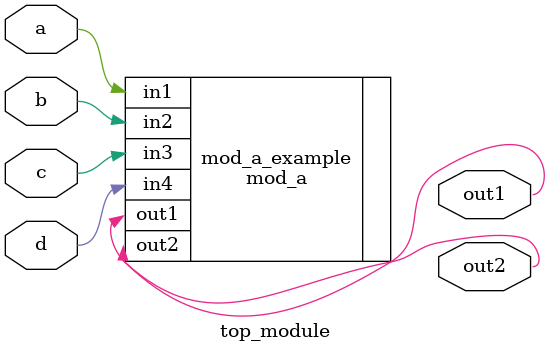
<source format=v>

module top_module (
    input a,
    input b,
    input c,
    input d,
    output out1,
    output out2
);
    mod_a mod_a_example (
        .out1(out1),
        .out2(out2),
        .in1(a),
        .in2(b),
        .in3(c),
        .in4(d)
    );
endmodule

</source>
